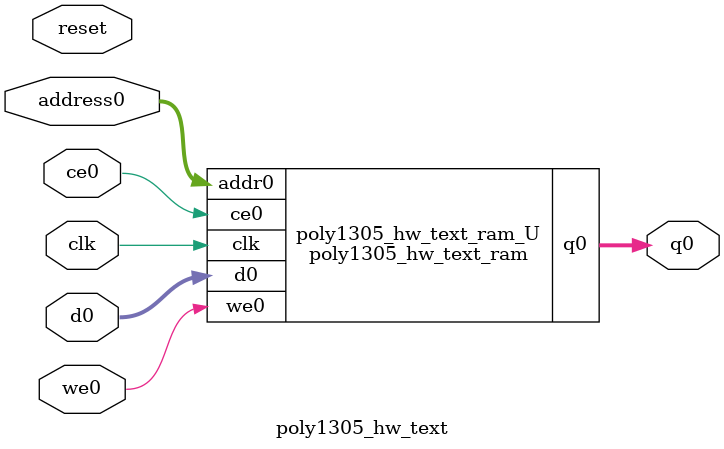
<source format=v>
`timescale 1 ns / 1 ps
module poly1305_hw_text_ram (addr0, ce0, d0, we0, q0,  clk);

parameter DWIDTH = 8;
parameter AWIDTH = 10;
parameter MEM_SIZE = 1000;

input[AWIDTH-1:0] addr0;
input ce0;
input[DWIDTH-1:0] d0;
input we0;
output reg[DWIDTH-1:0] q0;
input clk;

(* ram_style = "block" *)reg [DWIDTH-1:0] ram[0:MEM_SIZE-1];




always @(posedge clk)  
begin 
    if (ce0) 
    begin
        if (we0) 
        begin 
            ram[addr0] <= d0; 
        end 
        q0 <= ram[addr0];
    end
end


endmodule

`timescale 1 ns / 1 ps
module poly1305_hw_text(
    reset,
    clk,
    address0,
    ce0,
    we0,
    d0,
    q0);

parameter DataWidth = 32'd8;
parameter AddressRange = 32'd1000;
parameter AddressWidth = 32'd10;
input reset;
input clk;
input[AddressWidth - 1:0] address0;
input ce0;
input we0;
input[DataWidth - 1:0] d0;
output[DataWidth - 1:0] q0;



poly1305_hw_text_ram poly1305_hw_text_ram_U(
    .clk( clk ),
    .addr0( address0 ),
    .ce0( ce0 ),
    .we0( we0 ),
    .d0( d0 ),
    .q0( q0 ));

endmodule


</source>
